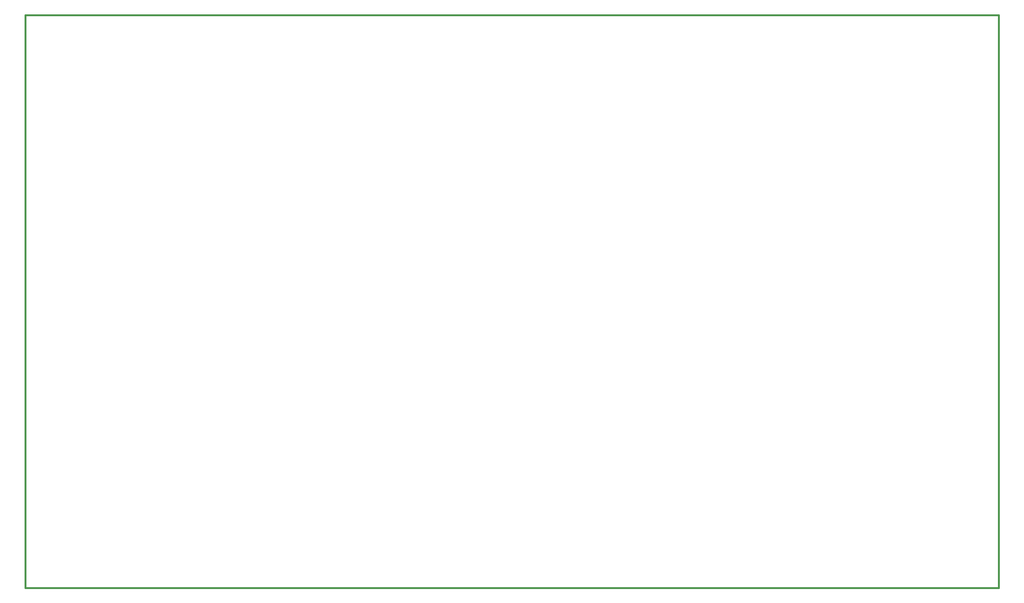
<source format=gko>
%FSLAX33Y33*%
%MOMM*%
%ADD10C,0.381*%
D10*
%LNpath-145*%
G01*
X0Y0D02*
X218200Y0D01*
X218200Y128500*
X0Y128500*
X0Y0*
%LNmechanical details_traces*%
M02*
</source>
